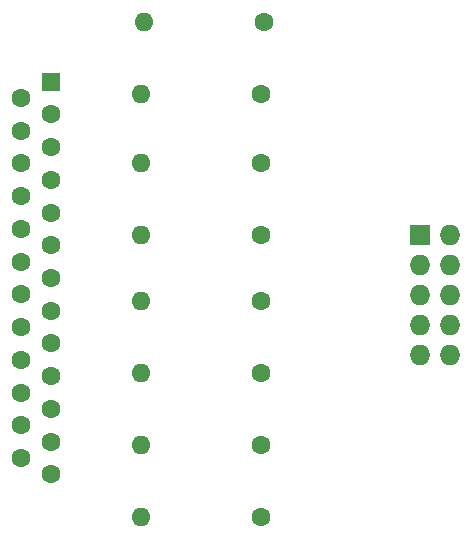
<source format=gbr>
%TF.GenerationSoftware,KiCad,Pcbnew,5.1.4-3.fc30*%
%TF.CreationDate,2019-10-13T13:52:24+02:00*%
%TF.ProjectId,bsd_programmer,6273645f-7072-46f6-9772-616d6d65722e,1.0*%
%TF.SameCoordinates,PX7eea3c0PY70276d0*%
%TF.FileFunction,Copper,L1,Top*%
%TF.FilePolarity,Positive*%
%FSLAX46Y46*%
G04 Gerber Fmt 4.6, Leading zero omitted, Abs format (unit mm)*
G04 Created by KiCad (PCBNEW 5.1.4-3.fc30) date 2019-10-13 13:52:24*
%MOMM*%
%LPD*%
G04 APERTURE LIST*
%TA.AperFunction,ComponentPad*%
%ADD10R,1.600000X1.600000*%
%TD*%
%TA.AperFunction,ComponentPad*%
%ADD11C,1.600000*%
%TD*%
%TA.AperFunction,ComponentPad*%
%ADD12R,1.727200X1.727200*%
%TD*%
%TA.AperFunction,ComponentPad*%
%ADD13O,1.727200X1.727200*%
%TD*%
%TA.AperFunction,ComponentPad*%
%ADD14O,1.600000X1.600000*%
%TD*%
G04 APERTURE END LIST*
D10*
%TO.P,J1,1*%
%TO.N,Net-(J1-Pad1)*%
X12208000Y43942000D03*
D11*
%TO.P,J1,2*%
%TO.N,D0*%
X12208000Y41172000D03*
%TO.P,J1,3*%
%TO.N,D1*%
X12208000Y38402000D03*
%TO.P,J1,4*%
%TO.N,D2*%
X12208000Y35632000D03*
%TO.P,J1,5*%
%TO.N,D3*%
X12208000Y32862000D03*
%TO.P,J1,6*%
%TO.N,Net-(J1-Pad6)*%
X12208000Y30092000D03*
%TO.P,J1,7*%
%TO.N,D5*%
X12208000Y27322000D03*
%TO.P,J1,8*%
%TO.N,D6*%
X12208000Y24552000D03*
%TO.P,J1,9*%
%TO.N,D7*%
X12208000Y21782000D03*
%TO.P,J1,10*%
%TO.N,ACK*%
X12208000Y19012000D03*
%TO.P,J1,11*%
%TO.N,Net-(J1-Pad11)*%
X12208000Y16242000D03*
%TO.P,J1,12*%
%TO.N,Net-(J1-Pad12)*%
X12208000Y13472000D03*
%TO.P,J1,13*%
%TO.N,Net-(J1-Pad13)*%
X12208000Y10702000D03*
%TO.P,J1,14*%
%TO.N,Net-(J1-Pad14)*%
X9668000Y42557000D03*
%TO.P,J1,15*%
%TO.N,Net-(J1-Pad15)*%
X9668000Y39787000D03*
%TO.P,J1,16*%
%TO.N,Net-(J1-Pad16)*%
X9668000Y37017000D03*
%TO.P,J1,17*%
%TO.N,Net-(J1-Pad17)*%
X9668000Y34247000D03*
%TO.P,J1,18*%
%TO.N,Net-(J1-Pad18)*%
X9668000Y31477000D03*
%TO.P,J1,19*%
X9668000Y28707000D03*
%TO.P,J1,20*%
X9668000Y25937000D03*
%TO.P,J1,21*%
X9668000Y23167000D03*
%TO.P,J1,22*%
X9668000Y20397000D03*
%TO.P,J1,23*%
X9668000Y17627000D03*
%TO.P,J1,24*%
X9668000Y14857000D03*
%TO.P,J1,25*%
X9668000Y12087000D03*
%TD*%
D12*
%TO.P,J2,1*%
%TO.N,Net-(J2-Pad1)*%
X43450000Y30988000D03*
D13*
%TO.P,J2,2*%
%TO.N,Net-(J2-Pad2)*%
X45990000Y30988000D03*
%TO.P,J2,3*%
%TO.N,Net-(J2-Pad3)*%
X43450000Y28448000D03*
%TO.P,J2,4*%
%TO.N,Net-(J1-Pad18)*%
X45990000Y28448000D03*
%TO.P,J2,5*%
%TO.N,Net-(J2-Pad5)*%
X43450000Y25908000D03*
%TO.P,J2,6*%
%TO.N,Net-(J1-Pad18)*%
X45990000Y25908000D03*
%TO.P,J2,7*%
%TO.N,Net-(J2-Pad7)*%
X43450000Y23368000D03*
%TO.P,J2,8*%
%TO.N,Net-(J1-Pad18)*%
X45990000Y23368000D03*
%TO.P,J2,9*%
%TO.N,Net-(J2-Pad9)*%
X43450000Y20828000D03*
%TO.P,J2,10*%
%TO.N,Net-(J1-Pad18)*%
X45990000Y20828000D03*
%TD*%
D11*
%TO.P,R1,1*%
%TO.N,Net-(J2-Pad2)*%
X30242000Y49022000D03*
D14*
%TO.P,R1,2*%
%TO.N,D0*%
X20082000Y49022000D03*
%TD*%
%TO.P,R2,2*%
%TO.N,D1*%
X19828000Y42926000D03*
D11*
%TO.P,R2,1*%
%TO.N,Net-(J2-Pad2)*%
X29988000Y42926000D03*
%TD*%
%TO.P,R3,1*%
%TO.N,Net-(J2-Pad2)*%
X29988000Y37084000D03*
D14*
%TO.P,R3,2*%
%TO.N,D2*%
X19828000Y37084000D03*
%TD*%
%TO.P,R4,2*%
%TO.N,D3*%
X19828000Y30988000D03*
D11*
%TO.P,R4,1*%
%TO.N,Net-(J2-Pad2)*%
X29988000Y30988000D03*
%TD*%
%TO.P,R5,1*%
%TO.N,Net-(J2-Pad9)*%
X29988000Y7112000D03*
D14*
%TO.P,R5,2*%
%TO.N,ACK*%
X19828000Y7112000D03*
%TD*%
%TO.P,R6,2*%
%TO.N,D7*%
X19828000Y13208000D03*
D11*
%TO.P,R6,1*%
%TO.N,Net-(J2-Pad1)*%
X29988000Y13208000D03*
%TD*%
%TO.P,R7,1*%
%TO.N,Net-(J2-Pad7)*%
X29988000Y19304000D03*
D14*
%TO.P,R7,2*%
%TO.N,D6*%
X19828000Y19304000D03*
%TD*%
%TO.P,R8,2*%
%TO.N,D5*%
X19828000Y25400000D03*
D11*
%TO.P,R8,1*%
%TO.N,Net-(J2-Pad5)*%
X29988000Y25400000D03*
%TD*%
M02*

</source>
